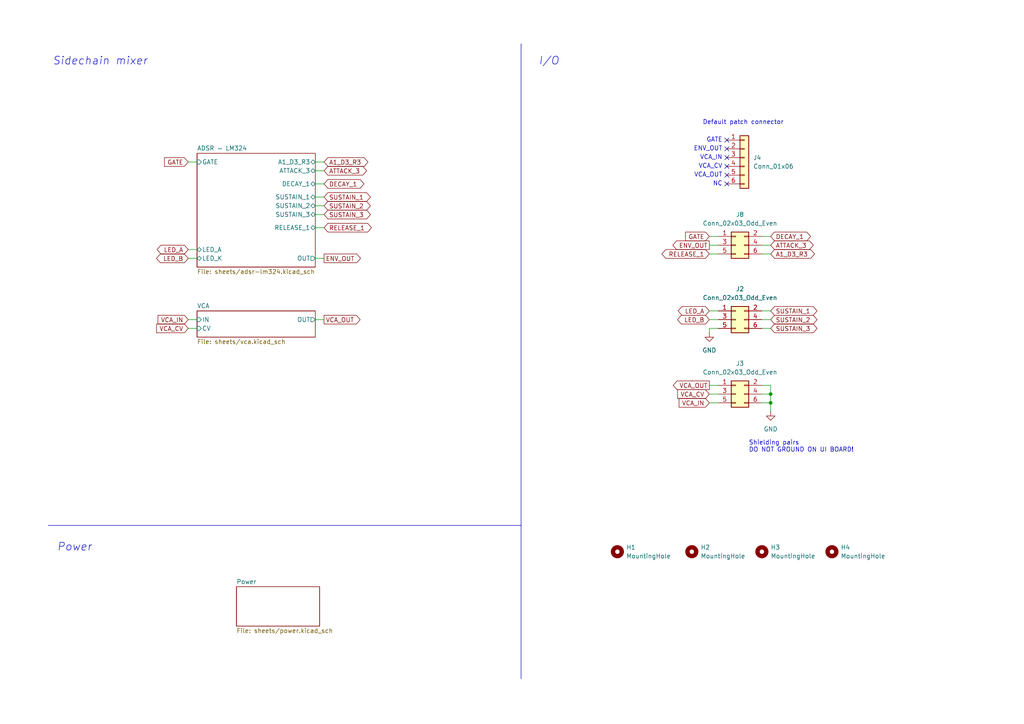
<source format=kicad_sch>
(kicad_sch (version 20250114) (generator "eeschema") (generator_version "9.0")
  (paper "A4")
  (lib_symbols
    (symbol "Connector_Generic:Conn_01x06" (pin_names (offset 1.016) (hide yes))
      (property "Reference" "J" (at 0 7.62 0))
      (property "Value" "Conn_01x06" (at 0 -10.16 0))
      (symbol "Conn_01x06_1_1"
        (rectangle (start -1.27 6.35) (end 1.27 -8.89) (stroke (width 0.254)) (fill (type background)))
        (rectangle (start -1.27 5.207) (end 0 4.953) (stroke (width 0.1524)))
        (rectangle (start -1.27 2.667) (end 0 2.413) (stroke (width 0.1524)))
        (rectangle (start -1.27 0.127) (end 0 -0.127) (stroke (width 0.1524)))
        (rectangle (start -1.27 -2.413) (end 0 -2.667) (stroke (width 0.1524)))
        (rectangle (start -1.27 -4.953) (end 0 -5.207) (stroke (width 0.1524)))
        (rectangle (start -1.27 -7.493) (end 0 -7.747) (stroke (width 0.1524)))
        (pin passive line (at -5.08 5.08 0) (length 3.81) (name "Pin_1") (number "1"))
        (pin passive line (at -5.08 2.54 0) (length 3.81) (name "Pin_2") (number "2"))
        (pin passive line (at -5.08 0 0) (length 3.81) (name "Pin_3") (number "3"))
        (pin passive line (at -5.08 -2.54 0) (length 3.81) (name "Pin_4") (number "4"))
        (pin passive line (at -5.08 -5.08 0) (length 3.81) (name "Pin_5") (number "5"))
        (pin passive line (at -5.08 -7.62 0) (length 3.81) (name "Pin_6") (number "6"))
      )
    )
    (symbol "Connector_Generic:Conn_02x03_Odd_Even" (pin_names (offset 1.016) (hide yes))
      (property "Reference" "J" (at 1.27 5.08 0))
      (property "Value" "Conn_02x03_Odd_Even" (at 1.27 -5.08 0))
      (symbol "Conn_02x03_Odd_Even_1_1"
        (rectangle (start -1.27 3.81) (end 3.81 -3.81) (stroke (width 0.254)) (fill (type background)))
        (rectangle (start -1.27 2.667) (end 0 2.413) (stroke (width 0.1524)))
        (rectangle (start -1.27 0.127) (end 0 -0.127) (stroke (width 0.1524)))
        (rectangle (start -1.27 -2.413) (end 0 -2.667) (stroke (width 0.1524)))
        (rectangle (start 3.81 2.667) (end 2.54 2.413) (stroke (width 0.1524)))
        (rectangle (start 3.81 0.127) (end 2.54 -0.127) (stroke (width 0.1524)))
        (rectangle (start 3.81 -2.413) (end 2.54 -2.667) (stroke (width 0.1524)))
        (pin passive line (at -5.08 2.54 0) (length 3.81) (name "Pin_1") (number "1"))
        (pin passive line (at -5.08 0 0) (length 3.81) (name "Pin_3") (number "3"))
        (pin passive line (at -5.08 -2.54 0) (length 3.81) (name "Pin_5") (number "5"))
        (pin passive line (at 7.62 2.54 180) (length 3.81) (name "Pin_2") (number "2"))
        (pin passive line (at 7.62 0 180) (length 3.81) (name "Pin_4") (number "4"))
        (pin passive line (at 7.62 -2.54 180) (length 3.81) (name "Pin_6") (number "6"))
      )
    )
    (symbol "Mechanical:MountingHole" (pin_names (offset 1.016)) (in_bom no)
      (property "Reference" "H" (at 0 5.08 0))
      (property "Value" "MountingHole" (at 0 3.175 0))
      (symbol "MountingHole_0_1"
        (circle (center 0 0) (radius 1.27) (stroke (width 1.27)))
      )
    )
    (symbol "power:GND" (power) (pin_numbers (hide yes)) (pin_names (offset 0) (hide yes))
      (property "Value" "GND" (at 0 -3.81 0))
      (symbol "GND_0_1"
        (polyline (pts (xy 0 0) (xy 0 -1.27) (xy 1.27 -1.27) (xy 0 -2.54) (xy -1.27 -1.27) (xy 0 -1.27)))
      )
      (symbol "GND_1_1"
        (pin power_in line (at 0 0 270) (length 0) (name "~") (number "1"))
      )
    )
  )
  (text "Power" (at 16.51 158.75 0) (effects (font (size 2.27 2.27) (italic yes)) (justify left)))
  (text "VCA_IN" (at 209.55 45.72 0) (effects (font (size 1.27 1.27)) (justify right)))
  (text "Default patch connector" (at 227.33 35.56 0) (effects (font (size 1.27 1.27)) (justify right)))
  (text "NC" (at 209.55 53.34 0) (effects (font (size 1.27 1.27)) (justify right)))
  (text "GATE" (at 209.55 40.64 0) (effects (font (size 1.27 1.27)) (justify right)))
  (text "Shielding pairs\nDO NOT GROUND ON UI BOARD!" (at 217.17 129.54 0) (effects (font (size 1.27 1.27)) (justify left)))
  (text "VCA_OUT" (at 209.55 50.8 0) (effects (font (size 1.27 1.27)) (justify right)))
  (text "Sidechain mixer" (at 15.24 17.78 0) (effects (font (size 2.27 2.27) (italic yes)) (justify left)))
  (text "ENV_OUT" (at 209.55 43.18 0) (effects (font (size 1.27 1.27)) (justify right)))
  (text "I/O" (at 156.21 17.78 0) (effects (font (size 2.27 2.27) (italic yes)) (justify left)))
  (text "VCA_CV" (at 209.55 48.26 0) (effects (font (size 1.27 1.27)) (justify right)))
  (junction (at 223.52 114.3))
  (junction (at 223.52 116.84))
  (no_connect (at 210.82 53.34))
  (no_connect (at 210.82 40.64))
  (no_connect (at 210.82 48.26))
  (no_connect (at 210.82 43.18))
  (no_connect (at 210.82 50.8))
  (no_connect (at 210.82 45.72))
  (wire (pts (xy 54.61 92.71) (xy 57.15 92.71)))
  (wire (pts (xy 223.52 114.3) (xy 223.52 116.84)))
  (wire (pts (xy 91.44 92.71) (xy 93.98 92.71)))
  (wire (pts (xy 208.28 116.84) (xy 205.74 116.84)))
  (wire (pts (xy 220.98 71.12) (xy 223.52 71.12)))
  (wire (pts (xy 220.98 116.84) (xy 223.52 116.84)))
  (wire (pts (xy 54.61 46.99) (xy 57.15 46.99)))
  (wire (pts (xy 205.74 111.76) (xy 208.28 111.76)))
  (wire (pts (xy 54.61 74.93) (xy 57.15 74.93)))
  (wire (pts (xy 223.52 111.76) (xy 223.52 114.3)))
  (wire (pts (xy 208.28 95.25) (xy 205.74 95.25)))
  (wire (pts (xy 91.44 53.34) (xy 93.98 53.34)))
  (wire (pts (xy 208.28 71.12) (xy 205.74 71.12)))
  (wire (pts (xy 220.98 73.66) (xy 223.52 73.66)))
  (wire (pts (xy 205.74 92.71) (xy 208.28 92.71)))
  (wire (pts (xy 223.52 68.58) (xy 220.98 68.58)))
  (wire (pts (xy 220.98 92.71) (xy 223.52 92.71)))
  (wire (pts (xy 220.98 90.17) (xy 223.52 90.17)))
  (wire (pts (xy 220.98 114.3) (xy 223.52 114.3)))
  (wire (pts (xy 205.74 90.17) (xy 208.28 90.17)))
  (wire (pts (xy 54.61 72.39) (xy 57.15 72.39)))
  (wire (pts (xy 223.52 116.84) (xy 223.52 119.38)))
  (wire (pts (xy 220.98 111.76) (xy 223.52 111.76)))
  (wire (pts (xy 91.44 62.23) (xy 93.98 62.23)))
  (wire (pts (xy 205.74 95.25) (xy 205.74 96.52)))
  (wire (pts (xy 220.98 95.25) (xy 223.52 95.25)))
  (wire (pts (xy 91.44 74.93) (xy 93.98 74.93)))
  (wire (pts (xy 205.74 68.58) (xy 208.28 68.58)))
  (wire (pts (xy 91.44 66.04) (xy 93.98 66.04)))
  (polyline (pts (xy 151.13 12.7) (xy 151.13 196.85)))
  (wire (pts (xy 93.98 46.99) (xy 91.44 46.99)))
  (wire (pts (xy 91.44 59.69) (xy 93.98 59.69)))
  (polyline (pts (xy 13.97 152.4) (xy 151.13 152.4)))
  (wire (pts (xy 54.61 95.25) (xy 57.15 95.25)))
  (wire (pts (xy 205.74 114.3) (xy 208.28 114.3)))
  (wire (pts (xy 91.44 57.15) (xy 93.98 57.15)))
  (wire (pts (xy 91.44 49.53) (xy 93.98 49.53)))
  (wire (pts (xy 208.28 73.66) (xy 205.74 73.66)))
  (global_label "VCA_OUT" (shape output) (at 205.74 111.76 180) (property "Intersheetrefs" "${INTERSHEET_REFS}" (effects (hide yes))))
  (global_label "DECAY_1" (shape bidirectional) (at 223.52 68.58 0) (property "Intersheetrefs" "${INTERSHEET_REFS}" (effects (hide yes))))
  (global_label "SUSTAIN_3" (shape bidirectional) (at 93.98 62.23 0) (property "Intersheetrefs" "${INTERSHEET_REFS}" (effects (hide yes))))
  (global_label "SUSTAIN_3" (shape bidirectional) (at 223.52 95.25 0) (property "Intersheetrefs" "${INTERSHEET_REFS}" (effects (hide yes))))
  (global_label "SUSTAIN_2" (shape bidirectional) (at 93.98 59.69 0) (property "Intersheetrefs" "${INTERSHEET_REFS}" (effects (hide yes))))
  (global_label "ATTACK_3" (shape bidirectional) (at 93.98 49.53 0) (property "Intersheetrefs" "${INTERSHEET_REFS}" (effects (hide yes))))
  (global_label "LED_A" (shape bidirectional) (at 205.74 90.17 180) (property "Intersheetrefs" "${INTERSHEET_REFS}" (effects (hide yes))))
  (global_label "SUSTAIN_1" (shape bidirectional) (at 93.98 57.15 0) (property "Intersheetrefs" "${INTERSHEET_REFS}" (effects (hide yes))))
  (global_label "ATTACK_3" (shape bidirectional) (at 223.52 71.12 0) (property "Intersheetrefs" "${INTERSHEET_REFS}" (effects (hide yes))))
  (global_label "SUSTAIN_2" (shape bidirectional) (at 223.52 92.71 0) (property "Intersheetrefs" "${INTERSHEET_REFS}" (effects (hide yes))))
  (global_label "RELEASE_1" (shape bidirectional) (at 93.98 66.04 0) (property "Intersheetrefs" "${INTERSHEET_REFS}" (effects (hide yes))))
  (global_label "A1_D3_R3" (shape bidirectional) (at 223.52 73.66 0) (property "Intersheetrefs" "${INTERSHEET_REFS}" (effects (hide yes))))
  (global_label "GATE" (shape input) (at 54.61 46.99 180) (property "Intersheetrefs" "${INTERSHEET_REFS}" (effects (hide yes))))
  (global_label "VCA_IN" (shape input) (at 205.74 116.84 180) (property "Intersheetrefs" "${INTERSHEET_REFS}" (effects (hide yes))))
  (global_label "DECAY_1" (shape bidirectional) (at 93.98 53.34 0) (property "Intersheetrefs" "${INTERSHEET_REFS}" (effects (hide yes))))
  (global_label "LED_B" (shape bidirectional) (at 54.61 74.93 180) (property "Intersheetrefs" "${INTERSHEET_REFS}" (effects (hide yes))))
  (global_label "LED_A" (shape bidirectional) (at 54.61 72.39 180) (property "Intersheetrefs" "${INTERSHEET_REFS}" (effects (hide yes))))
  (global_label "VCA_OUT" (shape output) (at 93.98 92.71 0) (property "Intersheetrefs" "${INTERSHEET_REFS}" (effects (hide yes))))
  (global_label "ENV_OUT" (shape output) (at 205.74 71.12 180) (property "Intersheetrefs" "${INTERSHEET_REFS}" (effects (hide yes))))
  (global_label "ENV_OUT" (shape output) (at 93.98 74.93 0) (property "Intersheetrefs" "${INTERSHEET_REFS}" (effects (hide yes))))
  (global_label "GATE" (shape input) (at 205.74 68.58 180) (property "Intersheetrefs" "${INTERSHEET_REFS}" (effects (hide yes))))
  (global_label "VCA_IN" (shape input) (at 54.61 92.71 180) (property "Intersheetrefs" "${INTERSHEET_REFS}" (effects (hide yes))))
  (global_label "A1_D3_R3" (shape bidirectional) (at 93.98 46.99 0) (property "Intersheetrefs" "${INTERSHEET_REFS}" (effects (hide yes))))
  (global_label "RELEASE_1" (shape bidirectional) (at 205.74 73.66 180) (property "Intersheetrefs" "${INTERSHEET_REFS}" (effects (hide yes))))
  (global_label "VCA_CV" (shape input) (at 54.61 95.25 180) (property "Intersheetrefs" "${INTERSHEET_REFS}" (effects (hide yes))))
  (global_label "LED_B" (shape bidirectional) (at 205.74 92.71 180) (property "Intersheetrefs" "${INTERSHEET_REFS}" (effects (hide yes))))
  (global_label "VCA_CV" (shape input) (at 205.74 114.3 180) (property "Intersheetrefs" "${INTERSHEET_REFS}" (effects (hide yes))))
  (global_label "SUSTAIN_1" (shape bidirectional) (at 223.52 90.17 0) (property "Intersheetrefs" "${INTERSHEET_REFS}" (effects (hide yes))))
  (symbol (lib_id "power:GND") (at 223.52 119.38 0) (unit 1)
    (property "Reference" "#PWR02" (effects (hide yes)))
    (property "Value" "GND" (at 223.52 124.46 0))
    (property "Description" "Power symbol creates a global label with name \"GND\" , ground" (effects (hide yes)))
  )
  (symbol (lib_id "Mechanical:MountingHole") (at 200.66 160.02 0) (unit 1) (in_bom no)
    (property "Reference" "H2" (at 203.2 158.7499 0) (effects (justify left)))
    (property "Value" "MountingHole" (at 203.2 161.2899 0) (effects (justify left)))
    (property "Footprint" "MountingHole:MountingHole_3.2mm_M3_DIN965_Pad" (effects (hide yes)))
    (property "Description" "Mounting Hole without connection" (effects (hide yes)))
    (property "Vendor" "-" (effects (hide yes)))
  )
  (symbol (lib_id "Connector_Generic:Conn_02x03_Odd_Even") (at 213.36 114.3 0) (unit 1)
    (property "Reference" "J3" (at 214.63 105.41 0))
    (property "Value" "Conn_02x03_Odd_Even" (at 214.63 107.95 0))
    (property "Footprint" "Connector_PinHeader_2.54mm:PinHeader_2x03_P2.54mm_Vertical" (effects (hide yes)))
    (property "Description" "Generic connector, double row, 02x03, odd/even pin numbering scheme (row 1 odd numbers, row 2 even numbers), script generated (kicad-library-utils/schlib/autogen/connector/)" (effects (hide yes)))
    (property "Vendor" "Mouser" (effects (hide yes)))
  )
  (symbol (lib_id "power:GND") (at 205.74 96.52 0) (unit 1)
    (property "Reference" "#PWR01" (effects (hide yes)))
    (property "Value" "GND" (at 205.74 101.6 0))
    (property "Description" "Power symbol creates a global label with name \"GND\" , ground" (effects (hide yes)))
  )
  (symbol (lib_id "Mechanical:MountingHole") (at 179.07 160.02 0) (unit 1) (in_bom no)
    (property "Reference" "H1" (at 181.61 158.7499 0) (effects (justify left)))
    (property "Value" "MountingHole" (at 181.61 161.2899 0) (effects (justify left)))
    (property "Footprint" "MountingHole:MountingHole_3.2mm_M3_DIN965_Pad" (effects (hide yes)))
    (property "Description" "Mounting Hole without connection" (effects (hide yes)))
    (property "Vendor" "-" (effects (hide yes)))
  )
  (symbol (lib_id "Connector_Generic:Conn_01x06") (at 215.9 45.72 0) (unit 1)
    (property "Reference" "J4" (at 218.44 45.7199 0) (effects (justify left)))
    (property "Value" "Conn_01x06" (at 218.44 48.2599 0) (effects (justify left)))
    (property "Footprint" "Connector_PinHeader_2.54mm:PinHeader_1x06_P2.54mm_Vertical" (effects (hide yes)))
    (property "Description" "Generic connector, single row, 01x06, script generated (kicad-library-utils/schlib/autogen/connector/)" (effects (hide yes)))
    (property "Vendor" "Mouser" (effects (hide yes)))
  )
  (symbol (lib_id "Mechanical:MountingHole") (at 220.98 160.02 0) (unit 1) (in_bom no)
    (property "Reference" "H3" (at 223.52 158.7499 0) (effects (justify left)))
    (property "Value" "MountingHole" (at 223.52 161.2899 0) (effects (justify left)))
    (property "Footprint" "MountingHole:MountingHole_3.2mm_M3_DIN965_Pad" (effects (hide yes)))
    (property "Description" "Mounting Hole without connection" (effects (hide yes)))
    (property "Vendor" "-" (effects (hide yes)))
  )
  (symbol (lib_id "Mechanical:MountingHole") (at 241.3 160.02 0) (unit 1) (in_bom no)
    (property "Reference" "H4" (at 243.84 158.7499 0) (effects (justify left)))
    (property "Value" "MountingHole" (at 243.84 161.2899 0) (effects (justify left)))
    (property "Footprint" "MountingHole:MountingHole_3.2mm_M3_DIN965_Pad" (effects (hide yes)))
    (property "Description" "Mounting Hole without connection" (effects (hide yes)))
    (property "Vendor" "-" (effects (hide yes)))
  )
  (symbol (lib_id "Connector_Generic:Conn_02x03_Odd_Even") (at 213.36 92.71 0) (unit 1)
    (property "Reference" "J2" (at 214.63 83.82 0))
    (property "Value" "Conn_02x03_Odd_Even" (at 214.63 86.36 0))
    (property "Footprint" "Connector_PinHeader_2.54mm:PinHeader_2x03_P2.54mm_Vertical" (effects (hide yes)))
    (property "Description" "Generic connector, double row, 02x03, odd/even pin numbering scheme (row 1 odd numbers, row 2 even numbers), script generated (kicad-library-utils/schlib/autogen/connector/)" (effects (hide yes)))
    (property "Vendor" "Mouser" (effects (hide yes)))
  )
  (symbol (lib_id "Connector_Generic:Conn_02x03_Odd_Even") (at 213.36 71.12 0) (unit 1)
    (property "Reference" "J8" (at 214.63 62.23 0))
    (property "Value" "Conn_02x03_Odd_Even" (at 214.63 64.77 0))
    (property "Footprint" "Connector_PinHeader_2.54mm:PinHeader_2x03_P2.54mm_Vertical" (effects (hide yes)))
    (property "Description" "Generic connector, double row, 02x03, odd/even pin numbering scheme (row 1 odd numbers, row 2 even numbers), script generated (kicad-library-utils/schlib/autogen/connector/)" (effects (hide yes)))
    (property "Vendor" "Mouser" (effects (hide yes)))
  )
  (sheet (at 68.58 170.18) (size 24.13 11.43) (stroke (width 0.1524))
    (property "Sheetname" "Power" (at 68.58 169.4684 0) (effects (justify left bottom)))
    (property "Sheetfile" "sheets/power.kicad_sch" (at 68.58 182.1946 0) (effects (justify left top)))
  )
  (sheet (at 57.15 44.45) (size 34.29 33.02) (stroke (width 0.1524))
    (property "Sheetname" "ADSR — LM324" (at 57.15 43.7384 0) (effects (justify left bottom)))
    (property "Sheetfile" "sheets/adsr-lm324.kicad_sch" (at 57.15 78.0546 0) (effects (justify left top)))
    (pin "DECAY_1" bidirectional (at 91.44 53.34 0))
    (pin "GATE" input (at 57.15 46.99 180))
    (pin "LED_A" bidirectional (at 57.15 72.39 180))
    (pin "LED_K" bidirectional (at 57.15 74.93 180))
    (pin "OUT" output (at 91.44 74.93 0))
    (pin "RELEASE_1" bidirectional (at 91.44 66.04 0))
    (pin "SUSTAIN_1" bidirectional (at 91.44 57.15 0))
    (pin "SUSTAIN_2" bidirectional (at 91.44 59.69 0))
    (pin "SUSTAIN_3" bidirectional (at 91.44 62.23 0))
    (pin "ATTACK_3" bidirectional (at 91.44 49.53 0))
    (pin "A1_D3_R3" bidirectional (at 91.44 46.99 0))
  )
  (sheet (at 57.15 90.17) (size 34.29 7.62) (stroke (width 0.1524))
    (property "Sheetname" "VCA" (at 57.15 89.4584 0) (effects (justify left bottom)))
    (property "Sheetfile" "sheets/vca.kicad_sch" (at 57.15 98.3746 0) (effects (justify left top)))
    (pin "CV" input (at 57.15 95.25 180))
    (pin "IN" input (at 57.15 92.71 180))
    (pin "OUT" output (at 91.44 92.71 0))
  )
)
</source>
